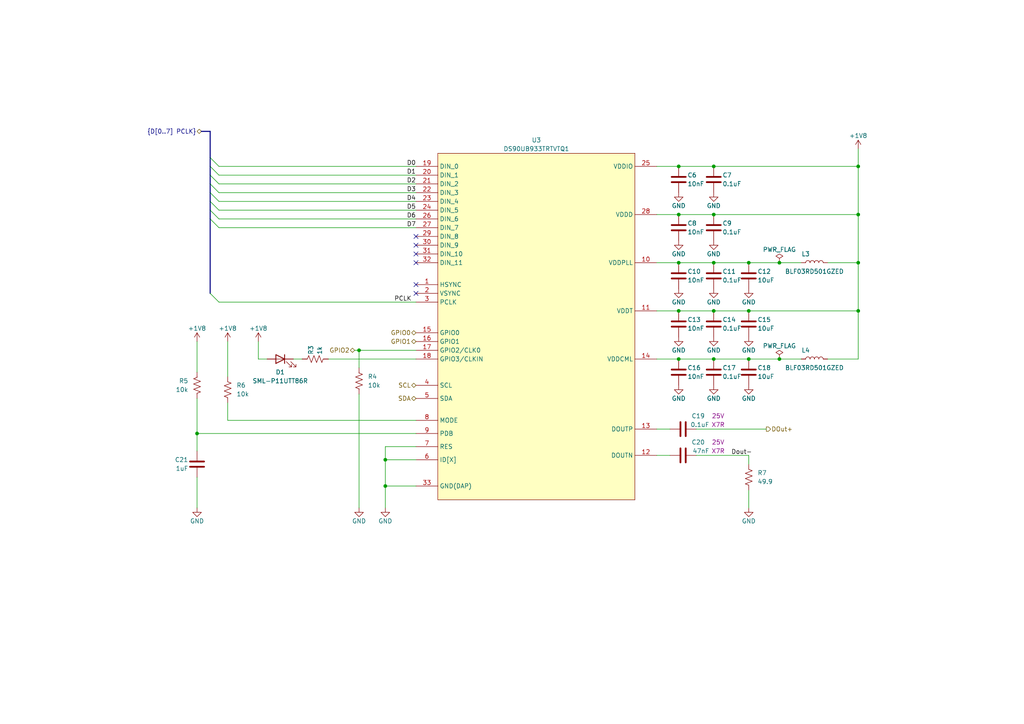
<source format=kicad_sch>
(kicad_sch (version 20230121) (generator eeschema)
  (paper "A4")
  (title_block (title "ONIX Neuropixels 2.0 Economical Headstage") (date "2021-12-16") (rev "B") (company "Open Ephys, Inc") (comment 1 "Jonathan P. Newman"))
  (lib_symbols
    (symbol "Device:C" (pin_numbers hide) (pin_names (offset 0.254))
      (property "Reference" "C" (at 0.635 2.54 0))
      (property "Value" "C" (at 0.635 -2.54 0))
      (symbol "C_0_1"
        (polyline (pts (xy -2.032 -0.762) (xy 2.032 -0.762)) (stroke (width 0.508)))
        (polyline (pts (xy -2.032 0.762) (xy 2.032 0.762)) (stroke (width 0.508)))
      )
      (symbol "C_1_1"
        (pin passive line (at 0 3.81 270) (length 2.794) (name "~") (number "1"))
        (pin passive line (at 0 -3.81 90) (length 2.794) (name "~") (number "2"))
      )
    )
    (symbol "Device:L" (pin_numbers hide) (pin_names (offset 1.016) hide)
      (property "Reference" "L" (at -1.27 0 90))
      (property "Value" "L" (at 1.905 0 90))
      (symbol "L_0_1"
        (arc (start 0 -2.54) (mid 0.6323 -1.905) (end 0 -1.27))
        (arc (start 0 -1.27) (mid 0.6323 -0.635) (end 0 0))
        (arc (start 0 0) (mid 0.6323 0.635) (end 0 1.27))
        (arc (start 0 1.27) (mid 0.6323 1.905) (end 0 2.54))
      )
      (symbol "L_1_1"
        (pin passive line (at 0 3.81 270) (length 1.27) (name "1") (number "1"))
        (pin passive line (at 0 -3.81 90) (length 1.27) (name "2") (number "2"))
      )
    )
    (symbol "Device:LED" (pin_numbers hide) (pin_names (offset 1.016) hide)
      (property "Reference" "D" (at 0 2.54 0))
      (property "Value" "LED" (at 0 -2.54 0))
      (symbol "LED_0_1"
        (polyline (pts (xy -1.27 -1.27) (xy -1.27 1.27)) (stroke (width 0.254)))
        (polyline (pts (xy -1.27 0) (xy 1.27 0)))
        (polyline (pts (xy 1.27 -1.27) (xy 1.27 1.27) (xy -1.27 0) (xy 1.27 -1.27)) (stroke (width 0.254)))
        (polyline (pts (xy -3.048 -0.762) (xy -4.572 -2.286) (xy -3.81 -2.286) (xy -4.572 -2.286) (xy -4.572 -1.524)))
        (polyline (pts (xy -1.778 -0.762) (xy -3.302 -2.286) (xy -2.54 -2.286) (xy -3.302 -2.286) (xy -3.302 -1.524)))
      )
      (symbol "LED_1_1"
        (pin passive line (at -3.81 0 0) (length 2.54) (name "K") (number "1"))
        (pin passive line (at 3.81 0 180) (length 2.54) (name "A") (number "2"))
      )
    )
    (symbol "Device:R_US" (pin_numbers hide) (pin_names (offset 0))
      (property "Reference" "R" (at 2.54 0 90))
      (property "Value" "R_US" (at -2.54 0 90))
      (symbol "R_US_0_1"
        (polyline (pts (xy 0 -2.286) (xy 0 -2.54)))
        (polyline (pts (xy 0 2.286) (xy 0 2.54)))
        (polyline (pts (xy 0 -0.762) (xy 1.016 -1.143) (xy 0 -1.524) (xy -1.016 -1.905) (xy 0 -2.286)))
        (polyline (pts (xy 0 0.762) (xy 1.016 0.381) (xy 0 0) (xy -1.016 -0.381) (xy 0 -0.762)))
        (polyline (pts (xy 0 2.286) (xy 1.016 1.905) (xy 0 1.524) (xy -1.016 1.143) (xy 0 0.762)))
      )
      (symbol "R_US_1_1"
        (pin passive line (at 0 3.81 270) (length 1.27) (name "~") (number "1"))
        (pin passive line (at 0 -3.81 90) (length 1.27) (name "~") (number "2"))
      )
    )
    (symbol "jonnew:DS90UB9x3"
      (property "Reference" "U" (at 0 52.07 0))
      (property "Value" "DS90UB9x3" (at 0 49.53 0))
      (symbol "DS90UB9x3_1_0"
        (rectangle (start -27.94 49.53) (end 29.21 -51.0001) (fill (type background)))
        (pin input line (at -34.29 11.43 0) (length 6.35) (name "HSYNC") (number "1"))
        (pin power_in line (at 35.56 17.78 180) (length 6.35) (name "VDDPLL") (number "10"))
        (pin power_in line (at 35.56 3.81 180) (length 6.35) (name "VDDT") (number "11"))
        (pin output line (at 35.56 -38.1 180) (length 6.35) (name "DOUTN") (number "12"))
        (pin output line (at 35.56 -30.48 180) (length 6.35) (name "DOUTP") (number "13"))
        (pin power_in line (at 35.56 -10.16 180) (length 6.35) (name "VDDCML") (number "14"))
        (pin bidirectional line (at -34.29 -2.54 0) (length 6.35) (name "GPIO0") (number "15"))
        (pin output line (at -34.29 -5.08 0) (length 6.35) (name "GPIO1") (number "16"))
        (pin bidirectional line (at -34.29 -7.62 0) (length 6.35) (name "GPIO2/CLK0") (number "17"))
        (pin bidirectional line (at -34.29 -10.16 0) (length 6.35) (name "GPIO3/CLKIN") (number "18"))
        (pin input line (at -34.29 45.72 0) (length 6.35) (name "DIN_0") (number "19"))
        (pin input line (at -34.29 8.89 0) (length 6.35) (name "VSYNC") (number "2"))
        (pin input line (at -34.29 43.18 0) (length 6.35) (name "DIN_1") (number "20"))
        (pin input line (at -34.29 40.64 0) (length 6.35) (name "DIN_2") (number "21"))
        (pin input line (at -34.29 38.1 0) (length 6.35) (name "DIN_3") (number "22"))
        (pin input line (at -34.29 35.56 0) (length 6.35) (name "DIN_4") (number "23"))
        (pin input line (at -34.29 33.02 0) (length 6.35) (name "DIN_5") (number "24"))
        (pin power_in line (at 35.56 45.72 180) (length 6.35) (name "VDDIO") (number "25"))
        (pin input line (at -34.29 30.48 0) (length 6.35) (name "DIN_6") (number "26"))
        (pin input line (at -34.29 27.94 0) (length 6.35) (name "DIN_7") (number "27"))
        (pin power_in line (at 35.56 31.75 180) (length 6.35) (name "VDDD") (number "28"))
        (pin input line (at -34.29 25.4 0) (length 6.35) (name "DIN_8") (number "29"))
        (pin input line (at -34.29 6.35 0) (length 6.35) (name "PCLK") (number "3"))
        (pin input line (at -34.29 22.86 0) (length 6.35) (name "DIN_9") (number "30"))
        (pin input line (at -34.29 20.32 0) (length 6.35) (name "DIN_10") (number "31"))
        (pin input line (at -34.29 17.78 0) (length 6.35) (name "DIN_11") (number "32"))
        (pin power_in line (at -34.29 -46.99 0) (length 6.35) (name "GND(DAP)") (number "33"))
        (pin open_collector line (at -34.29 -17.78 0) (length 6.35) (name "SCL") (number "4"))
        (pin open_collector line (at -34.29 -21.59 0) (length 6.35) (name "SDA") (number "5"))
        (pin input line (at -34.29 -39.37 0) (length 6.35) (name "ID[X]") (number "6"))
        (pin power_in line (at -34.29 -35.56 0) (length 6.35) (name "RES") (number "7"))
        (pin input line (at -34.29 -27.94 0) (length 6.35) (name "MODE") (number "8"))
        (pin input line (at -34.29 -31.75 0) (length 6.35) (name "PDB") (number "9"))
      )
    )
    (symbol "power:+1V8" (power) (pin_names (offset 0))
      (property "Value" "+1V8" (at 0 3.556 0))
      (symbol "+1V8_0_1"
        (polyline (pts (xy -0.762 1.27) (xy 0 2.54)))
        (polyline (pts (xy 0 0) (xy 0 2.54)))
        (polyline (pts (xy 0 2.54) (xy 0.762 1.27)))
      )
      (symbol "+1V8_1_1"
        (pin power_in line (at 0 0 90) (length 0) hide (name "+1V8") (number "1"))
      )
    )
    (symbol "power:GND" (power) (pin_names (offset 0))
      (property "Value" "GND" (at 0 -3.81 0))
      (symbol "GND_0_1"
        (polyline (pts (xy 0 0) (xy 0 -1.27) (xy 1.27 -1.27) (xy 0 -2.54) (xy -1.27 -1.27) (xy 0 -1.27)))
      )
      (symbol "GND_1_1"
        (pin power_in line (at 0 0 270) (length 0) hide (name "GND") (number "1"))
      )
    )
    (symbol "power:PWR_FLAG" (power) (pin_numbers hide) (pin_names (offset 0) hide)
      (property "Value" "PWR_FLAG" (at 0 3.81 0))
      (symbol "PWR_FLAG_0_0"
        (pin power_out line (at 0 0 90) (length 0) (name "pwr") (number "1"))
      )
      (symbol "PWR_FLAG_0_1"
        (polyline (pts (xy 0 0) (xy 0 1.27) (xy -1.016 1.905) (xy 0 2.54) (xy 1.016 1.905) (xy 0 1.27)))
      )
    )
  )
  (junction (at 217.17 90.17))
  (junction (at 196.85 62.23))
  (junction (at 111.76 140.97))
  (junction (at 248.92 76.2))
  (junction (at 207.01 76.2))
  (junction (at 111.76 133.35))
  (junction (at 207.01 62.23))
  (junction (at 196.85 90.17))
  (junction (at 57.15 125.73))
  (junction (at 104.14 101.6))
  (junction (at 226.06 76.2))
  (junction (at 217.17 104.14))
  (junction (at 207.01 90.17))
  (junction (at 196.85 104.14))
  (junction (at 207.01 48.26))
  (junction (at 248.92 48.26))
  (junction (at 248.92 90.17))
  (junction (at 207.01 104.14))
  (junction (at 226.06 104.14))
  (junction (at 248.92 62.23))
  (junction (at 196.85 76.2))
  (junction (at 217.17 76.2))
  (junction (at 196.85 48.26))
  (no_connect (at 120.65 82.55))
  (no_connect (at 120.65 76.2))
  (no_connect (at 120.65 71.12))
  (no_connect (at 120.65 73.66))
  (no_connect (at 120.65 85.09))
  (no_connect (at 120.65 68.58))
  (bus_entry (at 60.96 58.42) (size 2.54 2.54))
  (bus_entry (at 60.96 85.09) (size 2.54 2.54))
  (bus_entry (at 60.96 60.96) (size 2.54 2.54))
  (bus_entry (at 60.96 45.72) (size 2.54 2.54))
  (bus_entry (at 60.96 48.26) (size 2.54 2.54))
  (bus_entry (at 60.96 63.5) (size 2.54 2.54))
  (bus_entry (at 60.96 50.8) (size 2.54 2.54))
  (bus_entry (at 60.96 55.88) (size 2.54 2.54))
  (bus_entry (at 60.96 53.34) (size 2.54 2.54))
  (wire (pts (xy 217.17 90.17) (xy 248.92 90.17)))
  (bus (pts (xy 60.96 45.72) (xy 60.96 38.1)))
  (wire (pts (xy 104.14 114.3) (xy 104.14 147.32)))
  (wire (pts (xy 111.76 129.54) (xy 111.76 133.35)))
  (wire (pts (xy 63.5 66.04) (xy 120.65 66.04)))
  (wire (pts (xy 194.31 124.46) (xy 190.5 124.46)))
  (bus (pts (xy 60.96 58.42) (xy 60.96 55.88)))
  (bus (pts (xy 60.96 50.8) (xy 60.96 48.26)))
  (wire (pts (xy 190.5 104.14) (xy 196.85 104.14)))
  (wire (pts (xy 207.01 48.26) (xy 248.92 48.26)))
  (wire (pts (xy 63.5 87.63) (xy 120.65 87.63)))
  (wire (pts (xy 77.47 104.14) (xy 74.93 104.14)))
  (wire (pts (xy 196.85 48.26) (xy 207.01 48.26)))
  (wire (pts (xy 111.76 133.35) (xy 120.65 133.35)))
  (wire (pts (xy 63.5 60.96) (xy 120.65 60.96)))
  (wire (pts (xy 63.5 53.34) (xy 120.65 53.34)))
  (bus (pts (xy 60.96 53.34) (xy 60.96 50.8)))
  (wire (pts (xy 63.5 63.5) (xy 120.65 63.5)))
  (wire (pts (xy 196.85 62.23) (xy 207.01 62.23)))
  (wire (pts (xy 190.5 90.17) (xy 196.85 90.17)))
  (wire (pts (xy 63.5 48.26) (xy 120.65 48.26)))
  (wire (pts (xy 57.15 125.73) (xy 57.15 130.81)))
  (wire (pts (xy 207.01 104.14) (xy 217.17 104.14)))
  (wire (pts (xy 240.03 104.14) (xy 248.92 104.14)))
  (wire (pts (xy 207.01 90.17) (xy 217.17 90.17)))
  (wire (pts (xy 190.5 48.26) (xy 196.85 48.26)))
  (wire (pts (xy 57.15 125.73) (xy 120.65 125.73)))
  (wire (pts (xy 66.04 99.06) (xy 66.04 109.22)))
  (wire (pts (xy 248.92 43.18) (xy 248.92 48.26)))
  (wire (pts (xy 207.01 76.2) (xy 217.17 76.2)))
  (wire (pts (xy 207.01 62.23) (xy 248.92 62.23)))
  (wire (pts (xy 201.93 132.08) (xy 217.17 132.08)))
  (wire (pts (xy 120.65 129.54) (xy 111.76 129.54)))
  (wire (pts (xy 74.93 104.14) (xy 74.93 99.06)))
  (wire (pts (xy 201.93 124.46) (xy 222.25 124.46)))
  (wire (pts (xy 66.04 121.92) (xy 120.65 121.92)))
  (wire (pts (xy 240.03 76.2) (xy 248.92 76.2)))
  (wire (pts (xy 63.5 50.8) (xy 120.65 50.8)))
  (wire (pts (xy 190.5 76.2) (xy 196.85 76.2)))
  (bus (pts (xy 60.96 63.5) (xy 60.96 85.09)))
  (wire (pts (xy 248.92 76.2) (xy 248.92 90.17)))
  (wire (pts (xy 95.25 104.14) (xy 120.65 104.14)))
  (bus (pts (xy 58.42 38.1) (xy 60.96 38.1)))
  (wire (pts (xy 111.76 140.97) (xy 120.65 140.97)))
  (wire (pts (xy 87.63 104.14) (xy 85.09 104.14)))
  (wire (pts (xy 196.85 76.2) (xy 207.01 76.2)))
  (wire (pts (xy 104.14 101.6) (xy 120.65 101.6)))
  (wire (pts (xy 66.04 116.84) (xy 66.04 121.92)))
  (bus (pts (xy 60.96 63.5) (xy 60.96 60.96)))
  (wire (pts (xy 63.5 55.88) (xy 120.65 55.88)))
  (wire (pts (xy 226.06 76.2) (xy 217.17 76.2)))
  (wire (pts (xy 217.17 142.24) (xy 217.17 147.32)))
  (wire (pts (xy 196.85 104.14) (xy 207.01 104.14)))
  (wire (pts (xy 248.92 62.23) (xy 248.92 76.2)))
  (wire (pts (xy 57.15 115.57) (xy 57.15 125.73)))
  (wire (pts (xy 57.15 99.06) (xy 57.15 107.95)))
  (wire (pts (xy 111.76 133.35) (xy 111.76 140.97)))
  (wire (pts (xy 226.06 76.2) (xy 232.41 76.2)))
  (wire (pts (xy 248.92 90.17) (xy 248.92 104.14)))
  (wire (pts (xy 217.17 132.08) (xy 217.17 134.62)))
  (wire (pts (xy 63.5 58.42) (xy 120.65 58.42)))
  (wire (pts (xy 102.87 101.6) (xy 104.14 101.6)))
  (wire (pts (xy 190.5 132.08) (xy 194.31 132.08)))
  (wire (pts (xy 217.17 104.14) (xy 226.06 104.14)))
  (bus (pts (xy 60.96 55.88) (xy 60.96 53.34)))
  (bus (pts (xy 60.96 60.96) (xy 60.96 58.42)))
  (wire (pts (xy 226.06 104.14) (xy 232.41 104.14)))
  (bus (pts (xy 60.96 48.26) (xy 60.96 45.72)))
  (wire (pts (xy 111.76 147.32) (xy 111.76 140.97)))
  (wire (pts (xy 196.85 90.17) (xy 207.01 90.17)))
  (wire (pts (xy 190.5 62.23) (xy 196.85 62.23)))
  (wire (pts (xy 248.92 48.26) (xy 248.92 62.23)))
  (wire (pts (xy 57.15 138.43) (xy 57.15 147.32)))
  (wire (pts (xy 104.14 101.6) (xy 104.14 106.68)))
  (label "D1" (at 120.65 50.8 180))
  (label "D2" (at 120.65 53.34 180))
  (label "Dout-" (at 212.09 132.08 0))
  (label "PCLK" (at 119.38 87.63 180))
  (label "D6" (at 120.65 63.5 180))
  (label "D4" (at 120.65 58.42 180))
  (label "D3" (at 120.65 55.88 180))
  (label "D7" (at 120.65 66.04 180))
  (label "D5" (at 120.65 60.96 180))
  (label "D0" (at 120.65 48.26 180))
  (hierarchical_label "SCL" (shape bidirectional) (at 120.65 111.76 180))
  (hierarchical_label "GPIO1" (shape bidirectional) (at 120.65 99.06 180))
  (hierarchical_label "SDA" (shape bidirectional) (at 120.65 115.57 180))
  (hierarchical_label "GPIO2" (shape bidirectional) (at 102.87 101.6 180))
  (hierarchical_label "{D[0..7] PCLK}" (shape bidirectional) (at 58.42 38.1 180))
  (hierarchical_label "GPIO0" (shape bidirectional) (at 120.65 96.52 180))
  (hierarchical_label "DOut+" (shape output) (at 222.25 124.46 0))
  (symbol (lib_id "Device:C") (at 196.85 66.04 0) (unit 1)
    (property "Reference" "C8" (at 199.39 64.77 0) (effects (justify left)))
    (property "Value" "10nF" (at 199.39 67.31 0) (effects (justify left)))
    (property "Footprint" "Capacitor_SMD:C_0201_0603Metric" (effects hide))
    (property "TempCo" "X7R" (effects hide))
    (property "Voltage" "35V" (effects hide))
    (property "CASE/PACKAGE" "0201" (effects hide))
  )
  (symbol (lib_id "power:GND") (at 207.01 97.79 0) (unit 1)
    (property "Reference" "#PWR026" (effects hide))
    (property "Value" "GND" (at 207.01 101.6 0))
  )
  (symbol (lib_id "power:GND") (at 207.01 69.85 0) (unit 1)
    (property "Reference" "#PWR021" (effects hide))
    (property "Value" "GND" (at 207.01 73.66 0))
  )
  (symbol (lib_id "Device:R_US") (at 57.15 111.76 0) (mirror y) (unit 1)
    (property "Reference" "R5" (at 54.61 110.49 0) (effects (justify left)))
    (property "Value" "10k" (at 54.61 113.03 0) (effects (justify left)))
    (property "Footprint" "Resistor_SMD:R_0201_0603Metric" (effects hide))
    (property "CASE/PACKAGE" "0201" (effects hide))
    (property "Tolerance" "1%" (effects hide))
  )
  (symbol (lib_id "Device:C") (at 217.17 93.98 0) (unit 1)
    (property "Reference" "C15" (at 219.71 92.71 0) (effects (justify left)))
    (property "Value" "10uF" (at 219.71 95.25 0) (effects (justify left)))
    (property "Footprint" "Capacitor_SMD:C_0402_1005Metric" (effects hide))
    (property "TempCo" "X5R" (effects hide))
    (property "Voltage" "10V" (effects hide))
    (property "CASE/PACKAGE" "0402" (effects hide))
  )
  (symbol (lib_id "power:GND") (at 207.01 83.82 0) (unit 1)
    (property "Reference" "#PWR023" (effects hide))
    (property "Value" "GND" (at 207.01 87.63 0))
  )
  (symbol (lib_id "Device:R_US") (at 91.44 104.14 90) (unit 1)
    (property "Reference" "R3" (at 90.17 102.87 0) (effects (justify left)))
    (property "Value" "1k" (at 92.71 102.87 0) (effects (justify left)))
    (property "Footprint" "Resistor_SMD:R_0201_0603Metric" (effects hide))
    (property "CASE/PACKAGE" "0201" (effects hide))
    (property "Tolerance" "1%" (effects hide))
  )
  (symbol (lib_id "Device:C") (at 217.17 107.95 0) (unit 1)
    (property "Reference" "C18" (at 219.71 106.68 0) (effects (justify left)))
    (property "Value" "10uF" (at 219.71 109.22 0) (effects (justify left)))
    (property "Footprint" "Capacitor_SMD:C_0402_1005Metric" (effects hide))
    (property "TempCo" "X5R" (effects hide))
    (property "Voltage" "10V" (effects hide))
    (property "CASE/PACKAGE" "0402" (effects hide))
  )
  (symbol (lib_id "Device:R_US") (at 217.17 138.43 0) (unit 1)
    (property "Reference" "R7" (at 219.71 137.16 0) (effects (justify left)))
    (property "Value" "49.9" (at 219.71 139.7 0) (effects (justify left)))
    (property "Footprint" "Resistor_SMD:R_0201_0603Metric" (effects hide))
    (property "CASE/PACKAGE" "0201" (effects hide))
    (property "Tolerance" "1%" (effects hide))
  )
  (symbol (lib_id "Device:C") (at 207.01 107.95 0) (unit 1)
    (property "Reference" "C17" (at 209.55 106.68 0) (effects (justify left)))
    (property "Value" "0.1uF" (at 209.55 109.22 0) (effects (justify left)))
    (property "Footprint" "Capacitor_SMD:C_0201_0603Metric" (effects hide))
    (property "TempCo" "X7R" (effects hide))
    (property "Voltage" "25V" (effects hide))
    (property "CASE/PACKAGE" "0201" (effects hide))
  )
  (symbol (lib_id "power:GND") (at 217.17 111.76 0) (unit 1)
    (property "Reference" "#PWR033" (effects hide))
    (property "Value" "GND" (at 217.17 115.57 0))
  )
  (symbol (lib_id "power:GND") (at 57.15 147.32 0) (mirror y) (unit 1)
    (property "Reference" "#PWR034" (effects hide))
    (property "Value" "GND" (at 57.15 151.13 0))
  )
  (symbol (lib_id "power:GND") (at 217.17 83.82 0) (unit 1)
    (property "Reference" "#PWR024" (effects hide))
    (property "Value" "GND" (at 217.17 87.63 0))
  )
  (symbol (lib_id "power:GND") (at 207.01 55.88 0) (unit 1)
    (property "Reference" "#PWR019" (effects hide))
    (property "Value" "GND" (at 207.01 59.69 0))
  )
  (symbol (lib_id "Device:C") (at 57.15 134.62 0) (mirror y) (unit 1)
    (property "Reference" "C21" (at 54.61 133.35 0) (effects (justify left)))
    (property "Value" "1uF" (at 54.61 135.89 0) (effects (justify left)))
    (property "Footprint" "Capacitor_SMD:C_0201_0603Metric" (effects hide))
    (property "TempCo" "X5R" (effects hide))
    (property "Voltage" "10V" (effects hide))
    (property "CASE/PACKAGE" "0201" (effects hide))
  )
  (symbol (lib_id "power:PWR_FLAG") (at 226.06 76.2 0) (unit 1)
    (property "Reference" "#FLG03" (effects hide))
    (property "Value" "PWR_FLAG" (at 226.06 72.39 0))
    (instances (project "headstage-neuropix2e" (path "" (reference "#FLG03") (unit 1))) (project "kiloscope" (path "" (reference "#FLG02") (unit 1))))
  )
  (symbol (lib_id "power:GND") (at 196.85 97.79 0) (unit 1)
    (property "Reference" "#PWR025" (effects hide))
    (property "Value" "GND" (at 196.85 101.6 0))
  )
  (symbol (lib_id "Device:C") (at 196.85 93.98 0) (unit 1)
    (property "Reference" "C13" (at 199.39 92.71 0) (effects (justify left)))
    (property "Value" "10nF" (at 199.39 95.25 0) (effects (justify left)))
    (property "Footprint" "Capacitor_SMD:C_0201_0603Metric" (effects hide))
    (property "TempCo" "X7R" (effects hide))
    (property "Voltage" "35V" (effects hide))
    (property "CASE/PACKAGE" "0201" (effects hide))
  )
  (symbol (lib_id "power:GND") (at 104.14 147.32 0) (unit 1)
    (property "Reference" "#PWR035" (effects hide))
    (property "Value" "GND" (at 104.14 151.13 0))
  )
  (symbol (lib_id "power:+1V8") (at 74.93 99.06 0) (unit 1)
    (property "Reference" "#PWR030" (effects hide))
    (property "Value" "+1V8" (at 74.93 95.25 0))
  )
  (symbol (lib_id "jonnew:DS90UB9x3") (at 154.94 93.98 0) (unit 1)
    (property "Reference" "U3" (at 155.575 40.64 0))
    (property "Value" "DS90UB933TRTVTQ1" (at 155.575 43.18 0))
    (property "Footprint" "jonnew:TI_RTV0032A" (effects hide))
    (property "Datasheet" "https://www.ti.com/lit/ds/symlink/ds90ub933-q1.pdf?ts=1676994804401&ref_url=https%253A%252F%252Fwww.ti.com.cn%252Fproduct%252Fcn%252FDS90UB933-Q1" (effects hide))
    (property "OCTOPART URL" "http://octopart.com/ds90ub913atrtvrq1-texas+instruments-29614099" (effects hide))
    (property "PACKAGING" "Reel" (effects hide))
    (property "ROHS" "Compliant" (effects hide))
    (property "NUMBER OF PINS" "32" (effects hide))
  )
  (symbol (lib_id "Device:R_US") (at 66.04 113.03 0) (unit 1)
    (property "Reference" "R6" (at 68.58 111.76 0) (effects (justify left)))
    (property "Value" "10k" (at 68.58 114.3 0) (effects (justify left)))
    (property "Footprint" "Resistor_SMD:R_0201_0603Metric" (effects hide))
    (property "CASE/PACKAGE" "0201" (effects hide))
    (property "Tolerance" "1%" (effects hide))
  )
  (symbol (lib_id "Device:LED") (at 81.28 104.14 0) (mirror y) (unit 1)
    (property "Reference" "D1" (at 81.28 107.95 0))
    (property "Value" "SML-P11UTT86R" (at 81.28 110.49 0))
    (property "Footprint" "jonnew:ROHM_SML-P11MTT86R" (effects hide))
  )
  (symbol (lib_id "Device:C") (at 196.85 107.95 0) (unit 1)
    (property "Reference" "C16" (at 199.39 106.68 0) (effects (justify left)))
    (property "Value" "10nF" (at 199.39 109.22 0) (effects (justify left)))
    (property "Footprint" "Capacitor_SMD:C_0201_0603Metric" (effects hide))
    (property "TempCo" "X7R" (effects hide))
    (property "Voltage" "35V" (effects hide))
    (property "CASE/PACKAGE" "0201" (effects hide))
  )
  (symbol (lib_id "Device:L") (at 236.22 76.2 90) (unit 1)
    (property "Reference" "L3" (at 233.68 73.66 90))
    (property "Value" "BLF03RD501GZED" (at 236.22 78.74 90))
    (property "Footprint" "Inductor_SMD:L_0201_0603Metric" (effects hide))
    (property "CASE/PACKAGE" "0201" (effects hide))
    (instances (project "headstage-neuropix2e" (path "" (reference "L3") (unit 1))) (project "kiloscope" (path "" (reference "L1") (unit 1))))
  )
  (symbol (lib_id "power:GND") (at 196.85 111.76 0) (unit 1)
    (property "Reference" "#PWR031" (effects hide))
    (property "Value" "GND" (at 196.85 115.57 0))
  )
  (symbol (lib_id "Device:C") (at 207.01 66.04 0) (unit 1)
    (property "Reference" "C9" (at 209.55 64.77 0) (effects (justify left)))
    (property "Value" "0.1uF" (at 209.55 67.31 0) (effects (justify left)))
    (property "Footprint" "Capacitor_SMD:C_0201_0603Metric" (effects hide))
    (property "TempCo" "X7R" (effects hide))
    (property "Voltage" "25V" (effects hide))
    (property "CASE/PACKAGE" "0201" (effects hide))
  )
  (symbol (lib_id "power:+1V8") (at 248.92 43.18 0) (unit 1)
    (property "Reference" "#PWR017" (effects hide))
    (property "Value" "+1V8" (at 248.92 39.37 0))
  )
  (symbol (lib_id "Device:C") (at 198.12 132.08 90) (unit 1)
    (property "Reference" "C20" (at 204.47 128.27 90) (effects (justify left)))
    (property "Value" "47nF" (at 205.74 130.81 90) (effects (justify left)))
    (property "Footprint" "Capacitor_SMD:C_0201_0603Metric" (effects hide))
    (property "Voltage" "25V" (at 208.28 128.27 90))
    (property "TempCo" "X7R" (at 208.28 130.81 90))
    (property "CASE/PACKAGE" "0201" (effects hide))
  )
  (symbol (lib_id "power:GND") (at 196.85 69.85 0) (unit 1)
    (property "Reference" "#PWR020" (effects hide))
    (property "Value" "GND" (at 196.85 73.66 0))
  )
  (symbol (lib_id "Device:C") (at 198.12 124.46 90) (unit 1)
    (property "Reference" "C19" (at 204.47 120.65 90) (effects (justify left)))
    (property "Value" "0.1uF" (at 205.74 123.19 90) (effects (justify left)))
    (property "Footprint" "Capacitor_SMD:C_0201_0603Metric" (effects hide))
    (property "Voltage" "25V" (at 208.28 120.65 90))
    (property "TempCo" "X7R" (at 208.28 123.19 90))
    (property "CASE/PACKAGE" "0201" (effects hide))
    (instances (project "headstage-neuropix2e" (path "" (reference "C19") (unit 1)) (path "" (reference "C1") (unit 1))))
  )
  (symbol (lib_id "Device:R_US") (at 104.14 110.49 0) (unit 1)
    (property "Reference" "R4" (at 106.68 109.22 0) (effects (justify left)))
    (property "Value" "10k" (at 106.68 111.76 0) (effects (justify left)))
    (property "Footprint" "Resistor_SMD:R_0201_0603Metric" (effects hide))
    (property "CASE/PACKAGE" "0201" (effects hide))
    (property "Tolerance" "1%" (effects hide))
  )
  (symbol (lib_id "Device:C") (at 196.85 52.07 0) (unit 1)
    (property "Reference" "C6" (at 199.39 50.8 0) (effects (justify left)))
    (property "Value" "10nF" (at 199.39 53.34 0) (effects (justify left)))
    (property "Footprint" "Capacitor_SMD:C_0201_0603Metric" (effects hide))
    (property "TempCo" "X7R" (effects hide))
    (property "Voltage" "35V" (effects hide))
    (property "CASE/PACKAGE" "0201" (effects hide))
  )
  (symbol (lib_id "Device:L") (at 236.22 104.14 90) (unit 1)
    (property "Reference" "L4" (at 233.68 101.6 90))
    (property "Value" "BLF03RD501GZED" (at 236.22 106.68 90))
    (property "Footprint" "Inductor_SMD:L_0201_0603Metric" (effects hide))
    (property "CASE/PACKAGE" "0201" (effects hide))
    (instances (project "headstage-neuropix2e" (path "" (reference "L4") (unit 1))) (project "kiloscope" (path "" (reference "L2") (unit 1))))
  )
  (symbol (lib_id "power:GND") (at 196.85 83.82 0) (unit 1)
    (property "Reference" "#PWR022" (effects hide))
    (property "Value" "GND" (at 196.85 87.63 0))
  )
  (symbol (lib_id "Device:C") (at 207.01 93.98 0) (unit 1)
    (property "Reference" "C14" (at 209.55 92.71 0) (effects (justify left)))
    (property "Value" "0.1uF" (at 209.55 95.25 0) (effects (justify left)))
    (property "Footprint" "Capacitor_SMD:C_0201_0603Metric" (effects hide))
    (property "TempCo" "X7R" (effects hide))
    (property "Voltage" "25V" (effects hide))
    (property "CASE/PACKAGE" "0201" (effects hide))
  )
  (symbol (lib_id "Device:C") (at 207.01 80.01 0) (unit 1)
    (property "Reference" "C11" (at 209.55 78.74 0) (effects (justify left)))
    (property "Value" "0.1uF" (at 209.55 81.28 0) (effects (justify left)))
    (property "Footprint" "Capacitor_SMD:C_0201_0603Metric" (effects hide))
    (property "TempCo" "X7R" (effects hide))
    (property "Voltage" "25V" (effects hide))
    (property "CASE/PACKAGE" "0201" (effects hide))
  )
  (symbol (lib_id "power:+1V8") (at 57.15 99.06 0) (mirror y) (unit 1)
    (property "Reference" "#PWR028" (effects hide))
    (property "Value" "+1V8" (at 57.15 95.25 0))
  )
  (symbol (lib_id "power:GND") (at 217.17 97.79 0) (unit 1)
    (property "Reference" "#PWR027" (effects hide))
    (property "Value" "GND" (at 217.17 101.6 0))
  )
  (symbol (lib_id "power:GND") (at 196.85 55.88 0) (unit 1)
    (property "Reference" "#PWR018" (effects hide))
    (property "Value" "GND" (at 196.85 59.69 0))
  )
  (symbol (lib_id "power:GND") (at 217.17 147.32 0) (unit 1)
    (property "Reference" "#PWR037" (effects hide))
    (property "Value" "GND" (at 217.17 151.13 0))
  )
  (symbol (lib_id "power:GND") (at 111.76 147.32 0) (unit 1)
    (property "Reference" "#PWR036" (effects hide))
    (property "Value" "GND" (at 111.76 151.13 0))
  )
  (symbol (lib_id "Device:C") (at 196.85 80.01 0) (unit 1)
    (property "Reference" "C10" (at 199.39 78.74 0) (effects (justify left)))
    (property "Value" "10nF" (at 199.39 81.28 0) (effects (justify left)))
    (property "Footprint" "Capacitor_SMD:C_0201_0603Metric" (effects hide))
    (property "TempCo" "X7R" (effects hide))
    (property "Voltage" "35V" (effects hide))
    (property "CASE/PACKAGE" "0201" (effects hide))
  )
  (symbol (lib_id "Device:C") (at 207.01 52.07 0) (unit 1)
    (property "Reference" "C7" (at 209.55 50.8 0) (effects (justify left)))
    (property "Value" "0.1uF" (at 209.55 53.34 0) (effects (justify left)))
    (property "Footprint" "Capacitor_SMD:C_0201_0603Metric" (effects hide))
    (property "TempCo" "X7R" (effects hide))
    (property "Voltage" "25V" (effects hide))
    (property "CASE/PACKAGE" "0201" (effects hide))
  )
  (symbol (lib_id "power:+1V8") (at 66.04 99.06 0) (unit 1)
    (property "Reference" "#PWR029" (effects hide))
    (property "Value" "+1V8" (at 66.04 95.25 0))
  )
  (symbol (lib_id "power:GND") (at 207.01 111.76 0) (unit 1)
    (property "Reference" "#PWR032" (effects hide))
    (property "Value" "GND" (at 207.01 115.57 0))
  )
  (symbol (lib_id "power:PWR_FLAG") (at 226.06 104.14 0) (unit 1)
    (property "Reference" "#FLG04" (effects hide))
    (property "Value" "PWR_FLAG" (at 226.06 100.33 0))
    (instances (project "headstage-neuropix2e" (path "" (reference "#FLG04") (unit 1))) (project "kiloscope" (path "" (reference "#FLG02") (unit 1))))
  )
  (symbol (lib_id "Device:C") (at 217.17 80.01 0) (unit 1)
    (property "Reference" "C12" (at 219.71 78.74 0) (effects (justify left)))
    (property "Value" "10uF" (at 219.71 81.28 0) (effects (justify left)))
    (property "Footprint" "Capacitor_SMD:C_0402_1005Metric" (effects hide))
    (property "TempCo" "X5R" (effects hide))
    (property "Voltage" "10V" (effects hide))
    (property "CASE/PACKAGE" "0402" (effects hide))
  )
)
</source>
